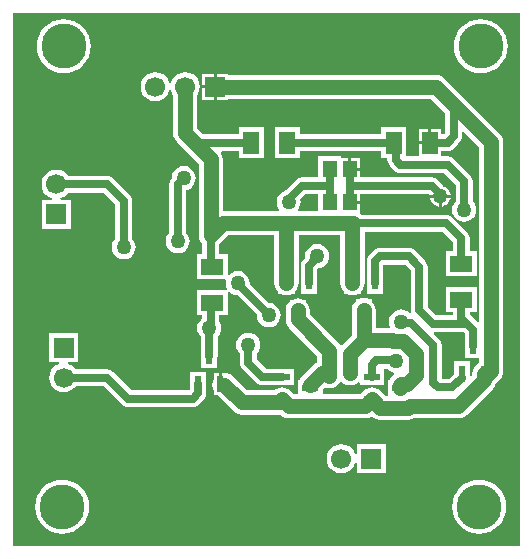
<source format=gbr>
%TF.GenerationSoftware,Altium Limited,Altium Designer,23.6.0 (18)*%
G04 Layer_Physical_Order=1*
G04 Layer_Color=255*
%FSLAX45Y45*%
%MOMM*%
%TF.SameCoordinates,CF38A103-D8AE-499C-B0C4-B378558345B8*%
%TF.FilePolarity,Positive*%
%TF.FileFunction,Copper,L1,Top,Signal*%
%TF.Part,Single*%
G01*
G75*
%TA.AperFunction,SMDPad,CuDef*%
%ADD10R,1.20000X1.40000*%
%ADD11R,1.35000X1.85000*%
%ADD12R,1.85000X1.35000*%
%ADD13R,0.60000X1.05000*%
%ADD14R,1.35000X0.60000*%
%ADD15R,0.60000X1.35000*%
%TA.AperFunction,Conductor*%
%ADD16C,0.63500*%
%ADD17C,1.27000*%
%TA.AperFunction,ViaPad*%
%ADD18C,3.81000*%
%TA.AperFunction,ComponentPad*%
%ADD19R,1.70000X1.70000*%
%ADD20C,1.70000*%
%ADD21R,1.70000X1.70000*%
%TA.AperFunction,ViaPad*%
%ADD22C,1.27000*%
G36*
X7035800Y8115300D02*
X2743200D01*
Y12623800D01*
X7035800D01*
Y8115300D01*
D02*
G37*
%LPC*%
G36*
X6705600Y12574106D02*
X6660787Y12569692D01*
X6617695Y12556621D01*
X6577982Y12535394D01*
X6543173Y12506827D01*
X6514606Y12472018D01*
X6493379Y12432305D01*
X6480308Y12389213D01*
X6475894Y12344400D01*
X6480308Y12299587D01*
X6493379Y12256495D01*
X6514606Y12216782D01*
X6543173Y12181973D01*
X6577982Y12153406D01*
X6617695Y12132179D01*
X6660787Y12119108D01*
X6705600Y12114694D01*
X6750413Y12119108D01*
X6793505Y12132179D01*
X6833218Y12153406D01*
X6868027Y12181973D01*
X6896594Y12216782D01*
X6917821Y12256495D01*
X6930892Y12299587D01*
X6935306Y12344400D01*
X6930892Y12389213D01*
X6917821Y12432305D01*
X6896594Y12472018D01*
X6868027Y12506827D01*
X6833218Y12535394D01*
X6793505Y12556621D01*
X6750413Y12569692D01*
X6705600Y12574106D01*
D02*
G37*
G36*
X3175000D02*
X3130187Y12569692D01*
X3087095Y12556621D01*
X3047382Y12535394D01*
X3012573Y12506827D01*
X2984006Y12472018D01*
X2962779Y12432305D01*
X2949708Y12389213D01*
X2945294Y12344400D01*
X2949708Y12299587D01*
X2962779Y12256495D01*
X2984006Y12216782D01*
X3012573Y12181973D01*
X3047382Y12153406D01*
X3087095Y12132179D01*
X3130187Y12119108D01*
X3175000Y12114694D01*
X3219813Y12119108D01*
X3262905Y12132179D01*
X3302618Y12153406D01*
X3337427Y12181973D01*
X3365994Y12216782D01*
X3387221Y12256495D01*
X3400292Y12299587D01*
X3404706Y12344400D01*
X3400292Y12389213D01*
X3387221Y12432305D01*
X3365994Y12472018D01*
X3337427Y12506827D01*
X3302618Y12535394D01*
X3262905Y12556621D01*
X3219813Y12569692D01*
X3175000Y12574106D01*
D02*
G37*
G36*
X4203700Y12125662D02*
X4171564Y12121431D01*
X4141619Y12109028D01*
X4115904Y12089296D01*
X4096172Y12063581D01*
X4083769Y12033636D01*
X4083105Y12028594D01*
X4070295D01*
X4069631Y12033636D01*
X4057228Y12063581D01*
X4037496Y12089296D01*
X4011781Y12109028D01*
X3981836Y12121431D01*
X3949700Y12125662D01*
X3917564Y12121431D01*
X3887619Y12109028D01*
X3861904Y12089296D01*
X3842172Y12063581D01*
X3829769Y12033636D01*
X3825538Y12001500D01*
X3829769Y11969364D01*
X3842172Y11939419D01*
X3861904Y11913704D01*
X3887619Y11893972D01*
X3917564Y11881569D01*
X3949700Y11877338D01*
X3981836Y11881569D01*
X4011781Y11893972D01*
X4037496Y11913704D01*
X4057228Y11939419D01*
X4069631Y11969364D01*
X4070295Y11974406D01*
X4083105D01*
X4083769Y11969364D01*
X4096172Y11939419D01*
X4101223Y11932837D01*
Y11607802D01*
X4101223Y11607800D01*
X4104715Y11581277D01*
X4114952Y11556562D01*
X4131238Y11535338D01*
X4217693Y11448883D01*
X4217694Y11448882D01*
X4317123Y11349453D01*
Y10744202D01*
X4317123Y10744200D01*
X4320615Y10717677D01*
X4330852Y10692962D01*
X4347138Y10671738D01*
X4349147Y10670196D01*
Y10583200D01*
X4301700D01*
Y10372000D01*
X4540099D01*
X4548554Y10359300D01*
X4545723Y10337800D01*
X4549215Y10311277D01*
X4557655Y10290900D01*
X4552297Y10280324D01*
X4549860Y10278200D01*
X4301700D01*
Y10067000D01*
X4348597D01*
Y10040127D01*
X4334438Y10029262D01*
X4318152Y10008038D01*
X4307915Y9983323D01*
X4304423Y9956800D01*
X4307915Y9930277D01*
X4318152Y9905562D01*
X4334438Y9884338D01*
X4336447Y9882796D01*
Y9721200D01*
X4338800Y9703328D01*
Y9615600D01*
X4475000D01*
Y9703328D01*
X4477353Y9721200D01*
Y9882796D01*
X4479362Y9884338D01*
X4495648Y9905562D01*
X4505885Y9930277D01*
X4509377Y9956800D01*
X4505885Y9983323D01*
X4495648Y10008038D01*
X4489503Y10016047D01*
Y10067000D01*
X4562900D01*
Y10261206D01*
X4575600Y10265517D01*
X4575738Y10265338D01*
X4596962Y10249052D01*
X4621677Y10238815D01*
X4647145Y10235462D01*
X4808890Y10073717D01*
X4808122Y10067885D01*
X4811614Y10041362D01*
X4821851Y10016647D01*
X4838137Y9995423D01*
X4859360Y9979138D01*
X4884076Y9968900D01*
X4910599Y9965409D01*
X4937122Y9968900D01*
X4961837Y9979138D01*
X4983061Y9995423D01*
X4999346Y10016647D01*
X5009584Y10041362D01*
X5013076Y10067885D01*
X5009584Y10094408D01*
X4999346Y10119124D01*
X4983061Y10140348D01*
X4961837Y10156633D01*
X4937122Y10166870D01*
X4911654Y10170223D01*
X4749909Y10331968D01*
X4750677Y10337800D01*
X4747185Y10364323D01*
X4736948Y10389038D01*
X4720662Y10410262D01*
X4699438Y10426548D01*
X4674723Y10436785D01*
X4648200Y10440277D01*
X4621677Y10436785D01*
X4596962Y10426548D01*
X4575738Y10410262D01*
X4574926Y10409204D01*
X4562900Y10413287D01*
Y10583200D01*
X4490053D01*
Y10670196D01*
X4492062Y10671738D01*
X4563647Y10743323D01*
X4958723D01*
Y10338500D01*
X4962215Y10311977D01*
X4972453Y10287262D01*
X4988738Y10266038D01*
X4993100Y10262691D01*
Y10247900D01*
X5014434D01*
X5034677Y10239515D01*
X5061200Y10236023D01*
X5087723Y10239515D01*
X5107966Y10247900D01*
X5129300D01*
Y10262691D01*
X5133662Y10266038D01*
X5149948Y10287262D01*
X5160185Y10311977D01*
X5163677Y10338500D01*
Y10743323D01*
X5517523D01*
Y10339200D01*
X5521015Y10312677D01*
X5531253Y10287962D01*
X5547538Y10266738D01*
X5551900Y10263391D01*
Y10248600D01*
X5573234D01*
X5593477Y10240215D01*
X5620000Y10236723D01*
X5646523Y10240215D01*
X5666766Y10248600D01*
X5688100D01*
Y10263391D01*
X5692462Y10266738D01*
X5708748Y10287962D01*
X5718985Y10312677D01*
X5722477Y10339200D01*
Y10775347D01*
X6384318D01*
X6470047Y10689618D01*
Y10608600D01*
X6409900D01*
Y10397400D01*
X6671100D01*
Y10608600D01*
X6610953D01*
Y10718800D01*
X6608552Y10737034D01*
X6601514Y10754026D01*
X6590318Y10768618D01*
X6463318Y10895618D01*
X6448726Y10906814D01*
X6431734Y10913852D01*
X6413500Y10916253D01*
X5700104D01*
X5698562Y10918262D01*
X5682200Y10930817D01*
Y11010900D01*
X5596801D01*
Y11036300D01*
X5682200D01*
Y11092848D01*
X6264570D01*
X6270317Y11087100D01*
X6450695D01*
X6449312Y11097607D01*
X6440354Y11119234D01*
X6426104Y11137804D01*
X6407534Y11152054D01*
X6397855Y11156063D01*
X6389903Y11164015D01*
X6380768Y11175920D01*
X6343570Y11213118D01*
X6328979Y11224314D01*
X6311987Y11231352D01*
X6293752Y11233753D01*
X5682200D01*
Y11290300D01*
X5596800D01*
Y11303000D01*
X5584100D01*
Y11398400D01*
X5524900D01*
Y11411100D01*
X5328700D01*
Y11233753D01*
X5194300D01*
X5176066Y11231352D01*
X5159074Y11224314D01*
X5144483Y11213118D01*
X5054022Y11122657D01*
X5053477Y11122585D01*
X5028762Y11112348D01*
X5007538Y11096062D01*
X4991252Y11074838D01*
X4981015Y11050123D01*
X4977523Y11023600D01*
X4981015Y10997077D01*
X4991252Y10972362D01*
X4999988Y10960977D01*
X4993725Y10948277D01*
X4522077D01*
Y11391900D01*
X4518585Y11418423D01*
X4508348Y11443138D01*
X4505968Y11446240D01*
X4511585Y11457631D01*
X4656800D01*
Y11397483D01*
X4868000D01*
Y11658683D01*
X4656800D01*
Y11598536D01*
X4357888D01*
X4306177Y11650247D01*
Y11932837D01*
X4311228Y11939419D01*
X4323631Y11969364D01*
X4327862Y12001500D01*
X4323631Y12033636D01*
X4311228Y12063581D01*
X4291496Y12089296D01*
X4265781Y12109028D01*
X4235836Y12121431D01*
X4203700Y12125662D01*
D02*
G37*
G36*
X4445000Y12111900D02*
X4347300D01*
Y12014200D01*
X4445000D01*
Y12111900D01*
D02*
G37*
G36*
Y11988800D02*
X4347300D01*
Y11891100D01*
X4445000D01*
Y11988800D01*
D02*
G37*
G36*
X4568100Y12111900D02*
X4470400D01*
Y12001500D01*
Y11891100D01*
X4568100D01*
Y11899023D01*
X6282153D01*
X6379138Y11802038D01*
X6393510Y11791010D01*
X6404538Y11776638D01*
X6406547Y11774628D01*
Y11608066D01*
X6397018Y11598536D01*
X6366800D01*
Y11645983D01*
X6286600D01*
Y11528084D01*
X6273900D01*
Y11515384D01*
X6181000D01*
Y11411553D01*
X6074500D01*
Y11658683D01*
X5863300D01*
Y11598536D01*
X5173000D01*
Y11658683D01*
X4961800D01*
Y11397483D01*
X5173000D01*
Y11457631D01*
X5863300D01*
Y11397483D01*
X5916365D01*
Y11378298D01*
X5918766Y11360063D01*
X5925804Y11343071D01*
X5937000Y11328480D01*
X5974198Y11291282D01*
X5988789Y11280086D01*
X6005781Y11273048D01*
X6024015Y11270647D01*
X6397018D01*
X6495447Y11172217D01*
Y11034104D01*
X6493438Y11032562D01*
X6477152Y11011338D01*
X6466915Y10986623D01*
X6463423Y10960100D01*
X6466915Y10933577D01*
X6477152Y10908862D01*
X6493438Y10887638D01*
X6514662Y10871352D01*
X6539377Y10861115D01*
X6565900Y10857623D01*
X6592423Y10861115D01*
X6617138Y10871352D01*
X6638362Y10887638D01*
X6654648Y10908862D01*
X6664885Y10933577D01*
X6668377Y10960100D01*
X6664885Y10986623D01*
X6654648Y11011338D01*
X6638362Y11032562D01*
X6636353Y11034104D01*
Y11201400D01*
X6633952Y11219634D01*
X6626914Y11236626D01*
X6615718Y11251218D01*
X6476018Y11390918D01*
X6461426Y11402114D01*
X6444434Y11409152D01*
X6426200Y11411553D01*
X6366800D01*
Y11457631D01*
X6426200D01*
X6444434Y11460031D01*
X6461426Y11467070D01*
X6476018Y11478266D01*
X6514118Y11516366D01*
X6525314Y11530957D01*
X6525600Y11531649D01*
X6526818Y11532582D01*
X6538014Y11547174D01*
X6545052Y11564166D01*
X6547453Y11582400D01*
Y11617129D01*
X6559186Y11621990D01*
X6692023Y11489153D01*
Y10011773D01*
X6679323Y10006512D01*
X6641119Y10044717D01*
X6641118Y10044718D01*
X6610953Y10074882D01*
Y10092400D01*
X6671100D01*
Y10303600D01*
X6409900D01*
Y10092400D01*
X6470047D01*
Y10065353D01*
X6328382D01*
X6255353Y10138382D01*
Y10477500D01*
X6252952Y10495734D01*
X6245914Y10512726D01*
X6234718Y10527318D01*
X6145818Y10616218D01*
X6131226Y10627414D01*
X6114234Y10634452D01*
X6096000Y10636853D01*
X5853798D01*
X5835563Y10634452D01*
X5818571Y10627414D01*
X5803980Y10616218D01*
X5760183Y10572420D01*
X5748986Y10557829D01*
X5741948Y10540837D01*
X5739547Y10522603D01*
Y10339200D01*
X5741900Y10321328D01*
Y10248600D01*
X5878100D01*
Y10321328D01*
X5880453Y10339200D01*
Y10493420D01*
X5882980Y10495947D01*
X6066818D01*
X6114447Y10448317D01*
Y10109200D01*
X6116848Y10090966D01*
X6117553Y10089262D01*
X6106460Y10082857D01*
X6104362Y10085591D01*
X6083138Y10101877D01*
X6058423Y10112114D01*
X6031900Y10115606D01*
X6005377Y10112114D01*
X5980661Y10101877D01*
X5959438Y10085591D01*
X5943152Y10064368D01*
X5932915Y10039652D01*
X5929423Y10013129D01*
X5932915Y9986606D01*
X5939637Y9970377D01*
X5931151Y9957677D01*
X5817477D01*
Y10109200D01*
X5813985Y10135723D01*
X5803748Y10160438D01*
X5787462Y10181662D01*
X5783100Y10185009D01*
Y10199800D01*
X5761766D01*
X5741523Y10208185D01*
X5715000Y10211677D01*
X5688477Y10208185D01*
X5668234Y10199800D01*
X5646900D01*
Y10185009D01*
X5642538Y10181662D01*
X5626252Y10160438D01*
X5616015Y10135723D01*
X5612523Y10109200D01*
Y9897647D01*
X5528238Y9813362D01*
X5526318Y9810861D01*
X5513727Y9812518D01*
X5511648Y9817538D01*
X5495362Y9838762D01*
X5495361Y9838763D01*
X5258677Y10075447D01*
Y10108500D01*
X5255185Y10135023D01*
X5244948Y10159738D01*
X5228662Y10180962D01*
X5224300Y10184309D01*
Y10199100D01*
X5202966D01*
X5182723Y10207485D01*
X5156200Y10210977D01*
X5129677Y10207485D01*
X5109434Y10199100D01*
X5088100D01*
Y10184309D01*
X5083738Y10180962D01*
X5067452Y10159738D01*
X5057215Y10135023D01*
X5053723Y10108500D01*
Y10033002D01*
X5053723Y10033000D01*
X5057215Y10006477D01*
X5067452Y9981762D01*
X5083738Y9960538D01*
X5320423Y9723853D01*
Y9668964D01*
X5309762Y9664548D01*
X5288538Y9648262D01*
X5191038Y9550762D01*
X5174752Y9529538D01*
X5169517Y9516900D01*
X5157900D01*
Y9398877D01*
X5123348D01*
X5116400Y9405824D01*
Y9409200D01*
X5113024D01*
X5095962Y9426262D01*
X5074738Y9442548D01*
X5050023Y9452785D01*
X5023500Y9456277D01*
X4996977Y9452785D01*
X4972262Y9442548D01*
X4956922Y9430777D01*
X4726747D01*
X4607862Y9549662D01*
X4586638Y9565948D01*
X4561923Y9576185D01*
X4535400Y9579677D01*
X4514600Y9576939D01*
Y9481200D01*
X4489200D01*
Y9574100D01*
X4446500D01*
Y9528070D01*
X4436415Y9503723D01*
X4432923Y9477200D01*
X4436415Y9450677D01*
X4446500Y9426330D01*
Y9388300D01*
X4479376D01*
X4611837Y9255839D01*
X4611838Y9255838D01*
X4633061Y9239553D01*
X4657777Y9229315D01*
X4684300Y9225823D01*
X5006553D01*
X5008438Y9223938D01*
X5029662Y9207652D01*
X5054377Y9197415D01*
X5080900Y9193923D01*
X5728098D01*
X5728100Y9193923D01*
X5754623Y9197415D01*
X5779338Y9207652D01*
X5783574Y9210903D01*
X5804362Y9194952D01*
X5829077Y9184715D01*
X5855600Y9181223D01*
X5855602Y9181223D01*
X6093884D01*
X6093886Y9181223D01*
X6120409Y9184715D01*
X6142640Y9193923D01*
X6515098D01*
X6515100Y9193923D01*
X6541623Y9197415D01*
X6566338Y9207652D01*
X6587562Y9223938D01*
X6809562Y9445938D01*
X6825847Y9467161D01*
X6835420Y9490273D01*
X6866962Y9521815D01*
X6883248Y9543038D01*
X6893485Y9567754D01*
X6896977Y9594277D01*
Y11531598D01*
X6896977Y11531600D01*
X6893485Y11558123D01*
X6883248Y11582838D01*
X6866962Y11604062D01*
X6549462Y11921562D01*
X6535090Y11932590D01*
X6524062Y11946962D01*
X6397062Y12073962D01*
X6375838Y12090248D01*
X6351123Y12100485D01*
X6324600Y12103977D01*
X6324598Y12103977D01*
X4568100D01*
Y12111900D01*
D02*
G37*
G36*
X6261200Y11645983D02*
X6181000D01*
Y11540784D01*
X6261200D01*
Y11645983D01*
D02*
G37*
G36*
X5682200Y11398400D02*
X5609500D01*
Y11315700D01*
X5682200D01*
Y11398400D01*
D02*
G37*
G36*
X6450695Y11061700D02*
X6375400D01*
Y10986405D01*
X6385907Y10987788D01*
X6407534Y10996746D01*
X6426104Y11010996D01*
X6440354Y11029566D01*
X6449312Y11051193D01*
X6450695Y11061700D01*
D02*
G37*
G36*
X6350000D02*
X6274705D01*
X6276088Y11051193D01*
X6285046Y11029566D01*
X6299296Y11010996D01*
X6317866Y10996746D01*
X6339493Y10987788D01*
X6350000Y10986405D01*
Y11061700D01*
D02*
G37*
G36*
X4191000Y11329277D02*
X4164477Y11325785D01*
X4139762Y11315548D01*
X4118538Y11299262D01*
X4102252Y11278038D01*
X4092015Y11253323D01*
X4088523Y11226800D01*
X4088906Y11223893D01*
X4079186Y11211226D01*
X4072148Y11194234D01*
X4069747Y11176000D01*
Y10767404D01*
X4067738Y10765862D01*
X4051452Y10744638D01*
X4041215Y10719923D01*
X4037723Y10693400D01*
X4041215Y10666877D01*
X4051452Y10642162D01*
X4067738Y10620938D01*
X4088962Y10604652D01*
X4113677Y10594415D01*
X4140200Y10590923D01*
X4166723Y10594415D01*
X4191438Y10604652D01*
X4212662Y10620938D01*
X4228948Y10642162D01*
X4239185Y10666877D01*
X4242677Y10693400D01*
X4239185Y10719923D01*
X4228948Y10744638D01*
X4212662Y10765862D01*
X4210653Y10767404D01*
Y11126910D01*
X4217523Y11127815D01*
X4242238Y11138052D01*
X4263462Y11154338D01*
X4279748Y11175562D01*
X4289985Y11200277D01*
X4293477Y11226800D01*
X4289985Y11253323D01*
X4279748Y11278038D01*
X4263462Y11299262D01*
X4242238Y11315548D01*
X4217523Y11325785D01*
X4191000Y11329277D01*
D02*
G37*
G36*
X3111500Y11300162D02*
X3079364Y11295931D01*
X3049419Y11283528D01*
X3023704Y11263796D01*
X3003972Y11238081D01*
X2991569Y11208136D01*
X2987338Y11176000D01*
X2991569Y11143864D01*
X3003972Y11113919D01*
X3023704Y11088204D01*
X3049419Y11068472D01*
X3075185Y11057800D01*
X3072658Y11045100D01*
X2988400D01*
Y10798900D01*
X3234600D01*
Y11045100D01*
X3150342D01*
X3147815Y11057800D01*
X3173581Y11068472D01*
X3199296Y11088204D01*
X3212604Y11105547D01*
X3514118D01*
X3612547Y11007118D01*
Y10716604D01*
X3610538Y10715062D01*
X3594252Y10693838D01*
X3584015Y10669123D01*
X3580523Y10642600D01*
X3584015Y10616077D01*
X3594252Y10591362D01*
X3610538Y10570138D01*
X3631762Y10553852D01*
X3656477Y10543615D01*
X3683000Y10540123D01*
X3709523Y10543615D01*
X3734238Y10553852D01*
X3755462Y10570138D01*
X3771748Y10591362D01*
X3781985Y10616077D01*
X3785477Y10642600D01*
X3781985Y10669123D01*
X3771748Y10693838D01*
X3755462Y10715062D01*
X3753453Y10716604D01*
Y11036300D01*
X3751052Y11054535D01*
X3744014Y11071527D01*
X3732818Y11086118D01*
X3593118Y11225818D01*
X3578527Y11237014D01*
X3561535Y11244052D01*
X3543300Y11246453D01*
X3212604D01*
X3199296Y11263796D01*
X3173581Y11283528D01*
X3143636Y11295931D01*
X3111500Y11300162D01*
D02*
G37*
G36*
X5321300Y10668877D02*
X5294777Y10665385D01*
X5270062Y10655148D01*
X5248838Y10638862D01*
X5232552Y10617638D01*
X5222315Y10592923D01*
X5218823Y10566400D01*
X5220323Y10555008D01*
X5201383Y10536068D01*
X5190186Y10521477D01*
X5183148Y10504485D01*
X5180747Y10486250D01*
Y10338500D01*
X5183100Y10320628D01*
Y10247900D01*
X5319300D01*
Y10320628D01*
X5321653Y10338500D01*
Y10457068D01*
X5329601Y10465016D01*
X5347823Y10467415D01*
X5372538Y10477652D01*
X5393762Y10493938D01*
X5410048Y10515162D01*
X5420285Y10539877D01*
X5423777Y10566400D01*
X5420285Y10592923D01*
X5410048Y10617638D01*
X5393762Y10638862D01*
X5372538Y10655148D01*
X5347823Y10665385D01*
X5321300Y10668877D01*
D02*
G37*
G36*
X4737100Y9919577D02*
X4710577Y9916085D01*
X4685862Y9905848D01*
X4664638Y9889562D01*
X4648352Y9868338D01*
X4638115Y9843623D01*
X4634623Y9817100D01*
X4638115Y9790577D01*
X4648352Y9765862D01*
X4664638Y9744638D01*
X4666647Y9743096D01*
Y9664700D01*
X4669048Y9646466D01*
X4676086Y9629474D01*
X4687282Y9614882D01*
X4808182Y9493983D01*
X4822773Y9482786D01*
X4839766Y9475748D01*
X4858000Y9473347D01*
X5023500D01*
X5041372Y9475700D01*
X5129100D01*
Y9611900D01*
X5041372D01*
X5023500Y9614253D01*
X4887182D01*
X4807553Y9693882D01*
Y9743096D01*
X4809562Y9744638D01*
X4825848Y9765862D01*
X4836085Y9790577D01*
X4839577Y9817100D01*
X4836085Y9843623D01*
X4825848Y9868338D01*
X4809562Y9889562D01*
X4788338Y9905848D01*
X4763623Y9916085D01*
X4737100Y9919577D01*
D02*
G37*
G36*
X3298100Y9914800D02*
X3051900D01*
Y9668600D01*
X3136158D01*
X3138685Y9655900D01*
X3112919Y9645228D01*
X3087204Y9625496D01*
X3067472Y9599781D01*
X3055069Y9569836D01*
X3050838Y9537700D01*
X3055069Y9505564D01*
X3067472Y9475619D01*
X3087204Y9449904D01*
X3112919Y9430172D01*
X3142864Y9417769D01*
X3175000Y9413538D01*
X3207136Y9417769D01*
X3237081Y9430172D01*
X3262796Y9449904D01*
X3276104Y9467247D01*
X3514118D01*
X3671282Y9310082D01*
X3685874Y9298886D01*
X3702866Y9291848D01*
X3721100Y9289447D01*
X4267200D01*
X4285434Y9291848D01*
X4302426Y9298886D01*
X4317018Y9310082D01*
X4361717Y9354782D01*
X4372914Y9369373D01*
X4375493Y9375600D01*
X4380000D01*
Y9386728D01*
X4382353Y9404600D01*
Y9481200D01*
X4380000Y9499072D01*
Y9586800D01*
X4243800D01*
Y9499072D01*
X4241447Y9481200D01*
Y9433782D01*
X4238018Y9430353D01*
X3750283D01*
X3593118Y9587518D01*
X3578526Y9598714D01*
X3561534Y9605752D01*
X3543300Y9608153D01*
X3276104D01*
X3262796Y9625496D01*
X3237081Y9645228D01*
X3211315Y9655900D01*
X3213842Y9668600D01*
X3298100D01*
Y9914800D01*
D02*
G37*
G36*
X5524500Y8976062D02*
X5492364Y8971831D01*
X5462419Y8959428D01*
X5436704Y8939696D01*
X5416972Y8913981D01*
X5404569Y8884036D01*
X5400338Y8851900D01*
X5404569Y8819764D01*
X5416972Y8789819D01*
X5436704Y8764104D01*
X5462419Y8744372D01*
X5492364Y8731969D01*
X5524500Y8727738D01*
X5556636Y8731969D01*
X5586581Y8744372D01*
X5612296Y8764104D01*
X5632028Y8789819D01*
X5642700Y8815585D01*
X5655400Y8813058D01*
Y8728800D01*
X5901600D01*
Y8975000D01*
X5655400D01*
Y8890742D01*
X5642700Y8888215D01*
X5632028Y8913981D01*
X5612296Y8939696D01*
X5586581Y8959428D01*
X5556636Y8971831D01*
X5524500Y8976062D01*
D02*
G37*
G36*
X6692900Y8675206D02*
X6648087Y8670792D01*
X6604995Y8657721D01*
X6565282Y8636494D01*
X6530473Y8607927D01*
X6501906Y8573118D01*
X6480679Y8533405D01*
X6467608Y8490313D01*
X6463194Y8445500D01*
X6467608Y8400687D01*
X6480679Y8357595D01*
X6501906Y8317882D01*
X6530473Y8283073D01*
X6565282Y8254506D01*
X6604995Y8233279D01*
X6648087Y8220208D01*
X6692900Y8215794D01*
X6737713Y8220208D01*
X6780805Y8233279D01*
X6820518Y8254506D01*
X6855327Y8283073D01*
X6883894Y8317882D01*
X6905121Y8357595D01*
X6918192Y8400687D01*
X6922606Y8445500D01*
X6918192Y8490313D01*
X6905121Y8533405D01*
X6883894Y8573118D01*
X6855327Y8607927D01*
X6820518Y8636494D01*
X6780805Y8657721D01*
X6737713Y8670792D01*
X6692900Y8675206D01*
D02*
G37*
G36*
X3162300D02*
X3117487Y8670792D01*
X3074395Y8657721D01*
X3034682Y8636494D01*
X2999873Y8607927D01*
X2971306Y8573118D01*
X2950079Y8533405D01*
X2937008Y8490313D01*
X2932594Y8445500D01*
X2937008Y8400687D01*
X2950079Y8357595D01*
X2971306Y8317882D01*
X2999873Y8283073D01*
X3034682Y8254506D01*
X3074395Y8233279D01*
X3117487Y8220208D01*
X3162300Y8215794D01*
X3207113Y8220208D01*
X3250205Y8233279D01*
X3289918Y8254506D01*
X3324727Y8283073D01*
X3353294Y8317882D01*
X3374521Y8357595D01*
X3387592Y8400687D01*
X3392006Y8445500D01*
X3387592Y8490313D01*
X3374521Y8533405D01*
X3353294Y8573118D01*
X3324727Y8607927D01*
X3289918Y8636494D01*
X3250205Y8657721D01*
X3207113Y8670792D01*
X3162300Y8675206D01*
D02*
G37*
%LPD*%
G36*
X5328700Y10948277D02*
X5166275D01*
X5160012Y10960977D01*
X5168748Y10972362D01*
X5178985Y10997077D01*
X5182477Y11023600D01*
X5179191Y11048556D01*
X5223483Y11092848D01*
X5328700D01*
Y10948277D01*
D02*
G37*
G36*
X6571647Y9914917D02*
Y9810100D01*
X6574000Y9792228D01*
Y9704500D01*
X6692023D01*
Y9663000D01*
X6681700D01*
Y9655654D01*
X6664638Y9642562D01*
X6648352Y9621338D01*
X6638115Y9596623D01*
X6634623Y9570100D01*
Y9562061D01*
X6627037Y9555933D01*
X6615200Y9561104D01*
Y9675700D01*
X6479000D01*
Y9567635D01*
X6436968Y9525603D01*
X6376003D01*
Y9814998D01*
X6373602Y9833233D01*
X6366564Y9850225D01*
X6355368Y9864816D01*
X6308436Y9911747D01*
X6313697Y9924447D01*
X6562118D01*
X6571647Y9914917D01*
D02*
G37*
G36*
X5912958Y9608658D02*
X5934181Y9592372D01*
X5958897Y9582135D01*
X5969952Y9580679D01*
X5973510Y9567401D01*
X5957038Y9554762D01*
X5953038Y9550762D01*
X5936752Y9529538D01*
X5931517Y9516900D01*
X5919900D01*
Y9386177D01*
X5898047D01*
X5878400Y9405824D01*
Y9409200D01*
X5875024D01*
X5857962Y9426262D01*
X5836738Y9442548D01*
X5812023Y9452785D01*
X5785500Y9456277D01*
X5758977Y9452785D01*
X5734262Y9442548D01*
X5713038Y9426262D01*
X5695976Y9409200D01*
X5692600D01*
Y9405824D01*
X5685652Y9398877D01*
X5369100D01*
Y9438976D01*
X5385885Y9455761D01*
X5396377Y9451415D01*
X5422900Y9447923D01*
X5449423Y9451415D01*
X5474138Y9461652D01*
X5495362Y9477938D01*
X5511648Y9499162D01*
X5513727Y9504182D01*
X5526318Y9505839D01*
X5528238Y9503338D01*
X5549462Y9487052D01*
X5574177Y9476815D01*
X5600700Y9473323D01*
X5627223Y9476815D01*
X5651938Y9487052D01*
X5667200Y9498763D01*
X5679900Y9492500D01*
Y9475700D01*
X5767628D01*
X5785500Y9473347D01*
X5803372Y9475700D01*
X5891100D01*
Y9611900D01*
X5903326Y9613045D01*
X5909591D01*
X5912958Y9608658D01*
D02*
G37*
D10*
X5596800Y11303000D02*
D03*
X5426800D02*
D03*
X5596800Y11023601D02*
D03*
X5426800D02*
D03*
D11*
X6273900Y11528083D02*
D03*
X5968900D02*
D03*
X5067400D02*
D03*
X4762400D02*
D03*
D12*
X6540500Y10198000D02*
D03*
Y10503000D02*
D03*
X4432300Y10172600D02*
D03*
Y10477600D02*
D03*
D13*
X5156200Y10108500D02*
D03*
X5061200Y10338500D02*
D03*
X5251200D02*
D03*
X5715000Y10109200D02*
D03*
X5620000Y10339200D02*
D03*
X5810000D02*
D03*
D14*
X5263500Y9448800D02*
D03*
X5023500Y9353800D02*
D03*
Y9543800D02*
D03*
X6025500Y9448800D02*
D03*
X5785500Y9353800D02*
D03*
Y9543800D02*
D03*
D15*
X4406900Y9721200D02*
D03*
X4501900Y9481200D02*
D03*
X4311900D02*
D03*
X6642100Y9810100D02*
D03*
X6737100Y9570100D02*
D03*
X6547100D02*
D03*
D16*
X5986818Y11378298D02*
Y11510166D01*
X5968900Y11528083D02*
X5986818Y11510166D01*
Y11378298D02*
X6024015Y11341100D01*
X6426200D01*
X5943600Y11528083D02*
X5968900D01*
X5067400D02*
X5943600D01*
X6330950Y11123333D02*
X6362700Y11091583D01*
X6330950Y11123333D02*
Y11126103D01*
X6293752Y11163300D02*
X6330950Y11126103D01*
X5596800Y11163300D02*
X6293752D01*
X5596800D02*
Y11303000D01*
Y11023601D02*
Y11163300D01*
X6362700Y11074400D02*
Y11091583D01*
X6426200Y11341100D02*
X6565900Y11201400D01*
Y10960100D02*
Y11201400D01*
X5426800Y11163300D02*
Y11303000D01*
Y11023601D02*
Y11163300D01*
X5251200Y10338500D02*
Y10486250D01*
X5321300Y10556350D01*
Y10566400D01*
X5080000Y11049000D02*
X5194300Y11163300D01*
X5080000Y11023600D02*
Y11049000D01*
X5194300Y11163300D02*
X5426800D01*
X6477000Y11582400D02*
Y11849100D01*
X6426200Y11528083D02*
X6464300Y11566183D01*
X6273900Y11528083D02*
X6426200D01*
X4296895D02*
X4762400D01*
X4648200Y10334042D02*
Y10337800D01*
Y10334042D02*
X4910599Y10071643D01*
Y10067885D02*
Y10071643D01*
X5785500Y9646300D02*
X5822698Y9683498D01*
X6031900Y10013129D02*
X6044050Y10000979D01*
X5822698Y9683498D02*
X5983042D01*
X5985420Y9681120D01*
X6044050Y10000979D02*
X6119569D01*
X6305550Y9814998D01*
X6184900Y10109200D02*
Y10477500D01*
X6299200Y9994900D02*
X6591300D01*
X6184900Y10109200D02*
X6299200Y9994900D01*
X4311900Y9404600D02*
Y9481200D01*
X3543300Y9537700D02*
X3721100Y9359900D01*
X4267200D02*
X4311900Y9404600D01*
X3721100Y9359900D02*
X4267200D01*
X6305550Y9492348D02*
X6342748Y9455150D01*
X6466150D01*
X6305550Y9492348D02*
Y9814998D01*
X5785500Y9543800D02*
Y9646300D01*
X6466150Y9455150D02*
X6545350Y9534350D01*
X5263500Y9448800D02*
X5297500D01*
X3111500Y11176000D02*
X3543300D01*
X3683000Y10642600D02*
Y11036300D01*
X3543300Y11176000D02*
X3683000Y11036300D01*
X4140200Y10693400D02*
Y11176000D01*
X4191000Y11226800D01*
X5061200Y10839700D02*
X5067300Y10845800D01*
X4419600Y10490300D02*
Y10744200D01*
X4394200Y11417300D02*
X4419600Y11391900D01*
X4737100Y9664700D02*
X4858000Y9543800D01*
X4737100Y9664700D02*
Y9817100D01*
X4858000Y9543800D02*
X5023500D01*
X3175000Y9537700D02*
X3543300D01*
X4419050Y10159350D02*
X4432300Y10172600D01*
X4419050Y9968950D02*
Y10159350D01*
X4406900Y9956800D02*
X4419050Y9968950D01*
X4406900Y9721200D02*
Y9956800D01*
X6591300Y9994900D02*
X6642100Y9944100D01*
X6540500Y10045700D02*
X6591300Y9994900D01*
X5853798Y10566400D02*
X6096000D01*
X5810000Y10339200D02*
Y10522603D01*
X5853798Y10566400D01*
X6096000D02*
X6184900Y10477500D01*
X6540500Y10045700D02*
Y10198000D01*
X6642100Y9810100D02*
Y9944100D01*
X5626100Y10845800D02*
X6413500D01*
X5620000Y10839700D02*
X5626100Y10845800D01*
X4419600Y10490300D02*
X4432300Y10477600D01*
X6540500Y10503000D02*
Y10718800D01*
X6413500Y10845800D02*
X6540500Y10718800D01*
X3149600Y9817100D02*
X3175000Y9791700D01*
D17*
X6737100Y9536877D02*
X6794500Y9594277D01*
X6737100Y9536877D02*
Y9570100D01*
Y9518400D02*
Y9536877D01*
X5994400Y12001500D02*
X6324600D01*
X5715000D02*
X5994400D01*
X5283200D02*
X5715000D01*
X4965700D02*
X5283200D01*
X4457700D02*
X4965700D01*
X6477000Y11849100D02*
X6794500Y11531600D01*
X4203700Y11607800D02*
X4290156Y11521344D01*
X4394200Y11417300D01*
X5715000Y9855200D02*
X5956343D01*
X6051997Y9848029D02*
X6159500Y9740526D01*
X5963513Y9848029D02*
X6051997D01*
X5956343Y9855200D02*
X5963513Y9848029D01*
X6794500Y9594277D02*
Y11531600D01*
X6106586Y9296400D02*
X6515100D01*
X6737100Y9518400D01*
X6093886Y9283700D02*
X6106586Y9296400D01*
X5855600Y9283700D02*
X6093886D01*
X5785500Y9353800D02*
X5855600Y9283700D01*
X5023500Y9353800D02*
X5080900Y9296400D01*
X5728100D02*
X5785500Y9353800D01*
X5080900Y9296400D02*
X5728100D01*
X5156200Y10033000D02*
X5422900Y9766300D01*
Y9550400D02*
Y9766300D01*
X5600700Y9740900D02*
X5715000Y9855200D01*
X5600700Y9575800D02*
Y9740900D01*
X6159500Y9556695D02*
Y9740526D01*
X6085105Y9482300D02*
X6159500Y9556695D01*
X6029500Y9482300D02*
X6085105D01*
X4684300Y9328300D02*
X5019500D01*
X6025500Y9478300D02*
X6029500Y9482300D01*
X6025500Y9448800D02*
Y9478300D01*
X5715000Y9855200D02*
Y10109200D01*
X5156200Y10033000D02*
Y10108500D01*
X5263500Y9478300D02*
X5361000Y9575800D01*
X4535400Y9477200D02*
X4684300Y9328300D01*
X6324600Y12001500D02*
X6451600Y11874500D01*
X5061200Y10338500D02*
Y10839700D01*
X4419600Y10744200D02*
Y11391900D01*
X5067300Y10845800D02*
X5626100D01*
X5620000Y10339200D02*
Y10839700D01*
X4521200Y10845800D02*
X5067300D01*
X4419600Y10744200D02*
X4521200Y10845800D01*
X4203700Y11607800D02*
Y12001500D01*
D18*
X6705600Y12344400D02*
D03*
X6692900Y8445500D02*
D03*
X3162300D02*
D03*
X3175000Y12344400D02*
D03*
D19*
X5778500Y8851900D02*
D03*
X4457700Y12001500D02*
D03*
D20*
X5524500Y8851900D02*
D03*
X3111500Y11176000D02*
D03*
X3949700Y12001500D02*
D03*
X4203700D02*
D03*
X3175000Y9537700D02*
D03*
D21*
X3111500Y10922000D02*
D03*
X3175000Y9791700D02*
D03*
D22*
X6362700Y11074400D02*
D03*
X5321300Y10566400D02*
D03*
X5080000Y11023600D02*
D03*
X5994400Y12001500D02*
D03*
X5715000D02*
D03*
X5283200D02*
D03*
X4965700D02*
D03*
X4648200Y10337800D02*
D03*
X6031900Y10013129D02*
D03*
X5985420Y9681120D02*
D03*
X5422900Y9550400D02*
D03*
X5600700Y9575800D02*
D03*
X3683000Y10642600D02*
D03*
X4910599Y10067885D02*
D03*
X4191000Y11226800D02*
D03*
X4140200Y10693400D02*
D03*
X6565900Y10960100D02*
D03*
X4737100Y9817100D02*
D03*
X4406900Y9956800D02*
D03*
%TF.MD5,f09e6841873c133e8aae7d9b744219ce*%
M02*

</source>
